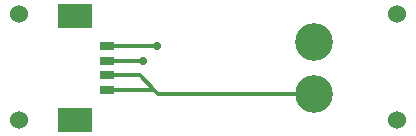
<source format=gtl>
G04*
G04 #@! TF.GenerationSoftware,Altium Limited,Altium Designer,22.5.1 (42)*
G04*
G04 Layer_Physical_Order=1*
G04 Layer_Color=255*
%FSLAX44Y44*%
%MOMM*%
G71*
G04*
G04 #@! TF.SameCoordinates,6C1A66E1-8821-4F1E-8935-C086ED52FD5F*
G04*
G04*
G04 #@! TF.FilePolarity,Positive*
G04*
G01*
G75*
%ADD12C,0.2540*%
%ADD13R,1.3000X0.8000*%
%ADD14R,3.0000X2.1000*%
%ADD18C,0.3500*%
%ADD19C,3.2000*%
%ADD20C,1.5240*%
%ADD21C,0.7000*%
D12*
X70000Y87750D02*
X70250Y88000D01*
D13*
X70000Y62750D02*
D03*
Y50250D02*
D03*
Y75250D02*
D03*
Y87750D02*
D03*
D14*
X42500Y113250D02*
D03*
Y24750D02*
D03*
D18*
X113000Y47000D02*
X245000D01*
X70000Y75250D02*
X99750D01*
X70000Y87750D02*
X112250D01*
X97250Y62750D02*
X109750Y50250D01*
X70000D02*
X109750D01*
X70000Y62750D02*
X97250D01*
X109750Y50250D02*
X113000Y47000D01*
D19*
X245000D02*
D03*
Y91000D02*
D03*
D20*
X315000Y25000D02*
D03*
Y115000D02*
D03*
X-5000D02*
D03*
Y25000D02*
D03*
D21*
X99750Y75250D02*
D03*
X112250Y87750D02*
D03*
M02*

</source>
